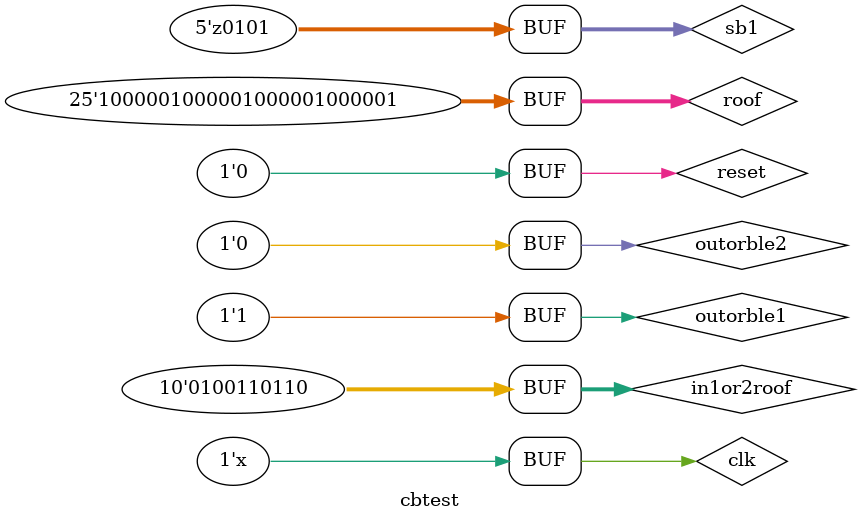
<source format=v>
`timescale 1ns / 1ps


module cbtest;

	// Inputs
	reg clk;
	reg reset;
	reg [24:0] roof;
	reg outorble1;
	reg outorble2;
	reg [9:0] in1or2roof;

	// Outputs
	wire [3:0] inorble1;
	wire [3:0] inorble2;

	// Bidirs  
	wire [4:0] sb1;

	// Instantiate the Unit Under Test (UUT)
	controlBox uut (
		.clk(clk),
		.reset(reset), 
		.inorble1(inorble1),
		.roof(roof), 
		.inorble2(inorble2),
		.sb1(sb1), 
		.outorble1(outorble1), 
		.outorble2(outorble2), 
		.in1or2roof(in1or2roof)
	);
//	 sb1=5'bz1111;
 assign sb1=5'bz0101;
 always begin #5 clk=~clk; end
 
	initial begin
		// Initialize Inputs
		clk = 0;
		reset = 1;
		
 #5 reset=0;
 #3 roof=25'b1000001000001000001000001;
 #3 in1or2roof=10'b0100110110;
 //#3 inorble1=4'b1010;
 //#3 inorble2=4'b1111;

 #3 outorble1=1'b1;
 #3 outorble2=1'b0;
		// Wait 100 ns for global reset to finish
		#100;
       
		// Add stimulus here

	end
      
endmodule


</source>
